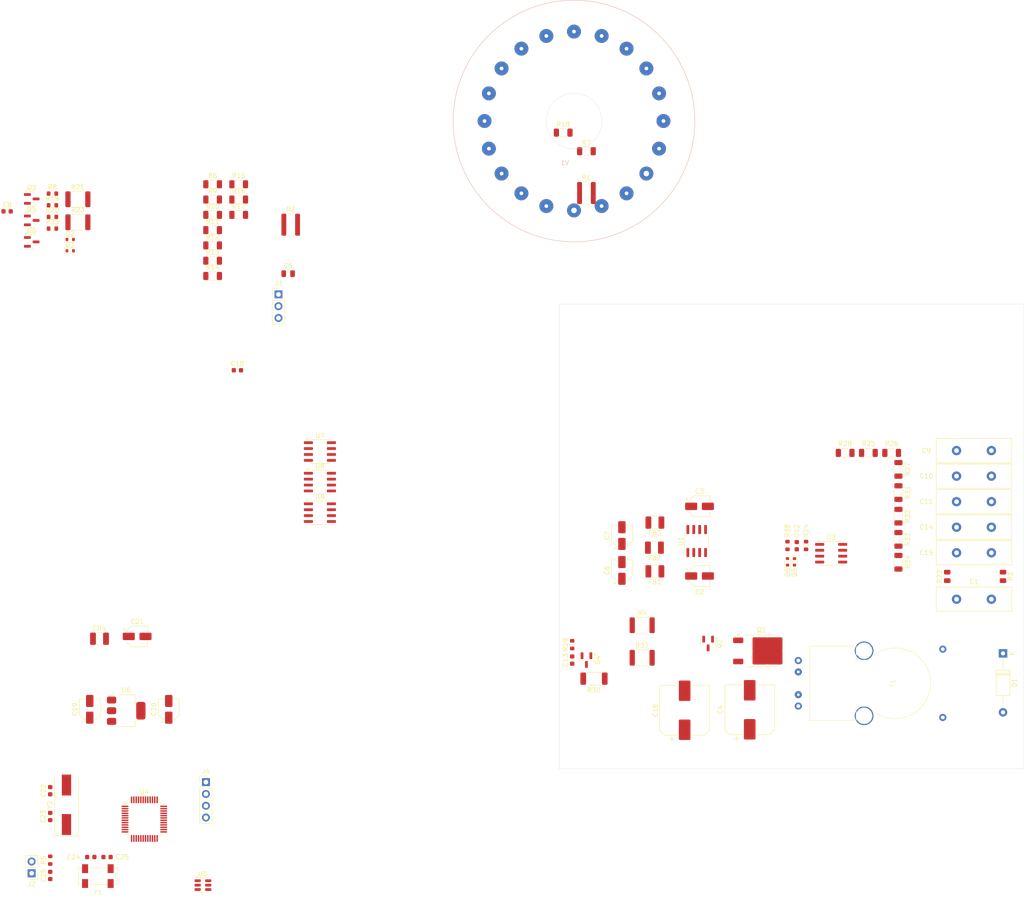
<source format=kicad_pcb>
(kicad_pcb (version 20240108) (generator "pcbnew") (generator_version "8.0")
  (layers (0 "F.Cu" signal) (31 "B.Cu" signal) (34 "B.Paste" user) (35 "F.Paste" user) (36 "B.SilkS" user "B.Silkscreen") (37 "F.SilkS" user "F.Silkscreen") (38 "B.Mask" user) (39 "F.Mask" user) (44 "Edge.Cuts" user))
  (net 0 "")
  (net 1 "Net-(V1-D1)")
  (net 2 "Net-(V1-D2)")
  (net 3 "Net-(V1-D3)")
  (net 4 "Net-(V1-D4)")
  (net 5 "Net-(V1-D5)")
  (net 6 "Net-(V1-D6)")
  (net 7 "Net-(V1-D7)")
  (net 8 "Net-(V1-D8)")
  (net 9 "Net-(V1-D9)")
  (net 10 "Net-(V1-D10)")
  (net 11 "Net-(V1-D11)")
  (net 12 "Net-(V1-D12)")
  (net 13 "Net-(U1-CAP+)")
  (net 14 "Net-(U1-CAP-)")
  (net 15 "-5V")
  (net 16 "GND")
  (net 17 "Net-(Q4-D)")
  (net 18 "+5VA")
  (net 19 "GNDA")
  (net 20 "-5VA")
  (net 21 "Net-(C12-Pad2)")
  (net 22 "Net-(U3A--)")
  (net 23 "HT_Power")
  (net 24 "Net-(Q4-G)")
  (net 25 "+5V")
  (net 26 "+3.3V")
  (net 27 "+3.3VA")
  (net 28 "Net-(U4-PC13)")
  (net 29 "Net-(U4-PC14)")
  (net 30 "Net-(U4-PD0)")
  (net 31 "Net-(U4-PD1)")
  (net 32 "Net-(J2-Pin_2)")
  (net 33 "HT_Sense")
  (net 34 "BOOT0")
  (net 35 "Net-(Q1-D)")
  (net 36 "Net-(Q1-G)")
  (net 37 "Net-(Q2-B)")
  (net 38 "HT")
  (net 39 "Net-(R1-Pad1)")
  (net 40 "Net-(D1-K)")
  (net 41 "HT_Drive_Pulse")
  (net 42 "Net-(T1-SB)")
  (net 43 "Net-(R25-Pad1)")
  (net 44 "Net-(R25-Pad2)")
  (net 45 "Net-(R26-Pad2)")
  (net 46 "Net-(R27-Pad2)")
  (net 47 "Net-(R31-Pad1)")
  (net 48 "Net-(R32-Pad1)")
  (net 49 "Net-(R33-Pad2)")
  (net 50 "Net-(D1-A)")
  (net 54 "SWDIO")
  (net 58 "USB_D+")
  (net 72 "USB_D-")
  (net 74 "SWCLK")
  (net 88 "Net-(J1-D+)")
  (net 89 "Net-(J1-D-)")
  (net 91 "Net-(U7--)")
  (net 92 "PMT_Anode")
  (net 95 "Net-(Q3-B)")
  (net 98 "Net-(U8--)")
  (net 101 "Net-(U9--)")
  (net 102 "Net-(Q3-E)")
  (net 105 "Peak_Sense")
  (net 106 "Net-(Q5-B)")
  (net 107 "Net-(Q6-B)")
  (net 108 "Peak_Reset")
  (footprint "Diode_THT:D_A-405_P12.70mm_Horizontal" (layer "F.Cu") (at 237.5 131.15 -90)
    (property "Reference" "D1" (at 6.35 -2.47 90) (layer "F.SilkS"))
    (property "Value" "2CL71A" (hide yes))
    (fp_text user "K" (at 0 -1.9 90) (layer "F.SilkS"))
    (pad "1" thru_hole rect (at 0 0 270) (size 1.8 1.8) (drill 0.9) (layers "*.Cu" "*.Mask") (net 40 "Net-(D1-K)"))
    (pad "2" thru_hole oval (at 12.7 0 270) (size 1.8 1.8) (drill 0.9) (layers "*.Cu" "*.Mask") (net 50 "Net-(D1-A)"))
  )
  (footprint "Package_TO_SOT_SMD:SOT-23-6" (layer "F.Cu") (at 65.3625 181.05)
    (property "Reference" "U5" (at 0 -2.4 0) (layer "F.SilkS"))
    (property "Value" "USBLC6-2SC6")
    (pad "1" smd roundrect (at -1.1375 -0.95) (size 1.325 0.6) (layers "F.Cu" "F.Paste" "F.Mask") (net 88 "Net-(J1-D+)"))
    (pad "2" smd roundrect (at -1.1375 0) (size 1.325 0.6) (layers "F.Cu" "F.Paste" "F.Mask") (net 16 "GND"))
    (pad "3" smd roundrect (at -1.1375 0.95) (size 1.325 0.6) (layers "F.Cu" "F.Paste" "F.Mask") (net 89 "Net-(J1-D-)"))
    (pad "4" smd roundrect (at 1.1375 0.95) (size 1.325 0.6) (layers "F.Cu" "F.Paste" "F.Mask") (net 72 "USB_D-"))
    (pad "5" smd roundrect (at 1.1375 0) (size 1.325 0.6) (layers "F.Cu" "F.Paste" "F.Mask") (net 25 "+5V"))
    (pad "6" smd roundrect (at 1.1375 -0.95) (size 1.325 0.6) (layers "F.Cu" "F.Paste" "F.Mask") (net 58 "USB_D+"))
  )
  (footprint "Package_TO_SOT_SMD:SOT-23" (layer "F.Cu") (at 28.525 37.95)
    (property "Reference" "Q5" (at 0 -2.4 0) (layer "F.SilkS"))
    (property "Value" "S8050")
    (pad "1" smd roundrect (at -0.9375 -0.95) (size 1.475 0.6) (layers "F.Cu" "F.Paste" "F.Mask") (net 102 "Net-(Q3-E)"))
    (pad "2" smd roundrect (at -0.9375 0.95) (size 1.475 0.6) (layers "F.Cu" "F.Paste" "F.Mask") (net 106 "Net-(Q5-B)"))
    (pad "3" smd roundrect (at 0.9375 0) (size 1.475 0.6) (layers "F.Cu" "F.Paste" "F.Mask") (net 19 "GNDA"))
  )
  (footprint "Package_TO_SOT_SMD:TO-252-2" (layer "F.Cu") (at 185.565 130.625)
    (property "Reference" "Q1" (at 0 -4.5 0) (layer "F.SilkS"))
    (property "Value" "15N10" (hide yes))
    (pad "1" smd roundrect (at -5.04 -2.28) (size 2.2 1.2) (layers "F.Cu" "F.Paste" "F.Mask") (roundrect_rratio 0.208333) (net 36 "Net-(Q1-G)"))
    (pad "2" smd roundrect (at -0.415 -1.525) (size 3.05 2.75) (layers "F.Cu" "F.Paste") (roundrect_rratio 0.090909) (net 35 "Net-(Q1-D)"))
    (pad "2" smd roundrect (at -0.415 1.525) (size 3.05 2.75) (layers "F.Cu" "F.Paste") (roundrect_rratio 0.090909) (net 35 "Net-(Q1-D)"))
    (pad "2" smd roundrect (at 1.26 0) (size 6.4 5.8) (layers "F.Cu" "F.Mask") (roundrect_rratio 0.043103) (net 35 "Net-(Q1-D)"))
    (pad "2" smd roundrect (at 2.935 -1.525) (size 3.05 2.75) (layers "F.Cu" "F.Paste") (roundrect_rratio 0.090909) (net 35 "Net-(Q1-D)"))
    (pad "2" smd roundrect (at 2.935 1.525) (size 3.05 2.75) (layers "F.Cu" "F.Paste") (roundrect_rratio 0.090909) (net 35 "Net-(Q1-D)"))
    (pad "3" smd roundrect (at -5.04 2.28) (size 2.2 1.2) (layers "F.Cu" "F.Paste" "F.Mask") (roundrect_rratio 0.208333) (net 16 "GND"))
  )
  (footprint "Capacitor_SMD:C_0603_1608Metric" (layer "F.Cu") (at 44.725 175)
    (property "Reference" "C25" (at 3.275 0 360) (layer "F.SilkS"))
    (property "Value" "20p" (hide yes))
    (pad "1" smd roundrect (at -0.775 0) (size 0.9 0.95) (layers "F.Cu" "F.Paste" "F.Mask") (net 16 "GND"))
    (pad "2" smd roundrect (at 0.775 0) (size 0.9 0.95) (layers "F.Cu" "F.Paste" "F.Mask") (net 31 "Net-(U4-PD1)"))
  )
  (footprint "Connector_PinHeader_2.54mm:PinHeader_1x02_P2.54mm_Vertical" (layer "F.Cu") (at 28.5 178.5 180)
    (property "Reference" "J2" (at 0 -2.33 360) (layer "F.SilkS"))
    (property "Value" "Conn_01x02" (hide yes))
    (pad "1" thru_hole rect (at 0 0 180) (size 1.7 1.7) (drill 1) (layers "*.Cu" "*.Mask") (net 16 "GND"))
    (pad "2" thru_hole oval (at 0 2.54 180) (size 1.7 1.7) (drill 1) (layers "*.Cu" "*.Mask") (net 32 "Net-(J2-Pin_2)"))
  )
  (footprint "Capacitor_SMD:C_0603_1608Metric" (layer "F.Cu") (at 23.225 36)
    (property "Reference" "C8" (at 0 -1.43 0) (layer "F.SilkS"))
    (property "Value" "10n")
    (pad "1" smd roundrect (at -0.775 0) (size 0.9 0.95) (layers "F.Cu" "F.Paste" "F.Mask") (net 19 "GNDA"))
    (pad "2" smd roundrect (at 0.775 0) (size 0.9 0.95) (layers "F.Cu" "F.Paste" "F.Mask") (net 102 "Net-(Q3-E)"))
  )
  (footprint "Package_SO:SOIC-8_3.9x4.9mm_P1.27mm" (layer "F.Cu") (at 90.525 94.285)
    (property "Reference" "U8" (at 0 -3.4 0) (layer "F.SilkS"))
    (property "Value" "LM318N")
    (pad "1" smd roundrect (at -2.475 -1.905) (size 1.95 0.6) (layers "F.Cu" "F.Paste" "F.Mask"))
    (pad "2" smd roundrect (at -2.475 -0.635) (size 1.95 0.6) (layers "F.Cu" "F.Paste" "F.Mask") (net 98 "Net-(U8--)"))
    (pad "3" smd roundrect (at -2.475 0.635) (size 1.95 0.6) (layers "F.Cu" "F.Paste" "F.Mask") (net 19 "GNDA"))
    (pad "4" smd roundrect (at -2.475 1.905) (size 1.95 0.6) (layers "F.Cu" "F.Paste" "F.Mask") (net 20 "-5VA"))
    (pad "5" smd roundrect (at 2.475 1.905) (size 1.95 0.6) (layers "F.Cu" "F.Paste" "F.Mask"))
    (pad "6" smd roundrect (at 2.475 0.635) (size 1.95 0.6) (layers "F.Cu" "F.Paste" "F.Mask") (net 95 "Net-(Q3-B)"))
    (pad "7" smd roundrect (at 2.475 -0.635) (size 1.95 0.6) (layers "F.Cu" "F.Paste" "F.Mask") (net 18 "+5VA"))
    (pad "8" smd roundrect (at 2.475 -1.905) (size 1.95 0.6) (layers "F.Cu" "F.Paste" "F.Mask"))
  )
  (footprint "Resistor_SMD:R_1206_3216Metric" (layer "F.Cu") (at 67.4425 46.62)
    (property "Reference" "R13" (at 0 -1.82 0) (layer "F.SilkS"))
    (property "Value" "240k")
    (pad "1" smd roundrect (at -1.4625 0) (size 1.125 1.75) (layers "F.Cu" "F.Paste" "F.Mask") (roundrect_rratio 0.222222) (net 7 "Net-(V1-D7)"))
    (pad "2" smd roundrect (at 1.4625 0) (size 1.125 1.75) (layers "F.Cu" "F.Paste" "F.Mask") (roundrect_rratio 0.222222) (net 8 "Net-(V1-D8)"))
  )
  (footprint "Package_TO_SOT_SMD:SOT-223-3_TabPin2" (layer "F.Cu") (at 48.85 143.5)
    (property "Reference" "U6" (at 0 -4.5 0) (layer "F.SilkS"))
    (property "Value" "AMS1117-3.3" (hide yes))
    (pad "1" smd roundrect (at -3.15 -2.3) (size 2 1.5) (layers "F.Cu" "F.Paste" "F.Mask") (net 16 "GND"))
    (pad "2" smd roundrect (at -3.15 0) (size 2 1.5) (layers "F.Cu" "F.Paste" "F.Mask") (net 26 "+3.3V"))
    (pad "2" smd roundrect (at 3.15 0) (size 2 3.8) (layers "F.Cu" "F.Paste" "F.Mask") (net 26 "+3.3V"))
    (pad "3" smd roundrect (at -3.15 2.3) (size 2 1.5) (layers "F.Cu" "F.Paste" "F.Mask") (net 25 "+5V"))
  )
  (footprint "Diode_SMD:D_SOD-523" (layer "F.Cu") (at 191.1275 111.455 90)
    (property "Reference" "D6" (at -2.3 0 90) (layer "F.SilkS"))
    (property "Value" "D_Schottky" (hide yes))
    (pad "1" smd roundrect (at -0.7 0 270) (size 0.6 0.7) (layers "F.Cu" "F.Paste" "F.Mask") (net 26 "+3.3V"))
    (pad "2" smd roundrect (at 0.7 0 270) (size 0.6 0.7) (layers "F.Cu" "F.Paste" "F.Mask") (net 33 "HT_Sense"))
  )
  (footprint "Capacitor_THT:C_Disc_D16.0mm_W5.0mm_P7.50mm" (layer "F.Cu") (at 227.5 109.5)
    (property "Reference" "C15" (at -6.5 0 0) (layer "F.SilkS"))
    (property "Value" "10n" (hide yes))
    (pad "1" thru_hole circle (at 0 0) (size 2 2) (drill 1) (layers "*.Cu" "*.Mask") (net 38 "HT"))
    (pad "2" thru_hole circle (at 7.5 0) (size 2 2) (drill 1) (layers "*.Cu" "*.Mask") (net 19 "GNDA"))
  )
  (footprint "Resistor_SMD:R_1206_3216Metric" (layer "F.Cu") (at 73.0525 36.75)
    (property "Reference" "R17" (at 0 -1.82 0) (layer "F.SilkS"))
    (property "Value" "240k")
    (pad "1" smd roundrect (at -1.4625 0) (size 1.125 1.75) (layers "F.Cu" "F.Paste" "F.Mask") (roundrect_rratio 0.222222) (net 11 "Net-(V1-D11)"))
    (pad "2" smd roundrect (at 1.4625 0) (size 1.125 1.75) (layers "F.Cu" "F.Paste" "F.Mask") (roundrect_rratio 0.222222) (net 12 "Net-(V1-D12)"))
  )
  (footprint "Crystal:Crystal_SMD_HC49-SD" (layer "F.Cu") (at 36 163.75 90)
    (property "Reference" "Y2" (at 0 -3.55 90) (layer "F.SilkS"))
    (property "Value" "8MHz" (hide yes))
    (pad "1" smd rect (at -4.25 0 90) (size 4.5 2) (layers "F.Cu" "F.Paste" "F.Mask") (net 29 "Net-(U4-PC14)"))
    (pad "2" smd rect (at 4.25 0 90) (size 4.5 2) (layers "F.Cu" "F.Paste" "F.Mask") (net 28 "Net-(U4-PC13)"))
  )
  (footprint "Resistor_SMD:R_1206_3216Metric" (layer "F.Cu") (at 142.867162 19.051423)
    (property "Reference" "R18" (at 0 -1.82 0) (layer "F.SilkS"))
    (property "Value" "240k")
    (pad "1" smd roundrect (at -1.4625 0) (size 1.125 1.75) (layers "F.Cu" "F.Paste" "F.Mask") (roundrect_rratio 0.222222) (net 16 "GND"))
    (pad "2" smd roundrect (at 1.4625 0) (size 1.125 1.75) (layers "F.Cu" "F.Paste" "F.Mask") (roundrect_rratio 0.222222) (net 12 "Net-(V1-D12)"))
  )
  (footprint "Capacitor_SMD:C_0603_1608Metric" (layer "F.Cu") (at 41.225 175 180)
    (property "Reference" "C24" (at 3.725 0 360) (layer "F.SilkS"))
    (property "Value" "20p" (hide yes))
    (pad "1" smd roundrect (at -0.775 0 180) (size 0.9 0.95) (layers "F.Cu" "F.Paste" "F.Mask") (net 16 "GND"))
    (pad "2" smd roundrect (at 0.775 0 180) (size 0.9 0.95) (layers "F.Cu" "F.Paste" "F.Mask") (net 30 "Net-(U4-PD0)"))
  )
  (footprint "Resistor_SMD:R_0603_1608Metric" (layer "F.Cu") (at 32.5 175.675 90)
    (property "Reference" "R5" (at 0 -1.43 90) (layer "F.SilkS"))
    (property "Value" "10k" (hide yes))
    (pad "1" smd roundrect (at -0.825 0 90) (size 0.8 0.95) (layers "F.Cu" "F.Paste" "F.Mask") (net 32 "Net-(J2-Pin_2)"))
    (pad "2" smd roundrect (at 0.825 0 90) (size 0.8 0.95) (layers "F.Cu" "F.Paste" "F.Mask") (net 26 "+3.3V"))
  )
  (footprint "Resistor_SMD:R_0603_1608Metric" (layer "F.Cu") (at 195.1275 107.93 -90)
    (property "Reference" "R24" (at -3.175 0 90) (layer "F.SilkS"))
    (property "Value" "9k1" (hide yes))
    (pad "1" smd roundrect (at -0.825 0 270) (size 0.8 0.95) (layers "F.Cu" "F.Paste" "F.Mask") (net 21 "Net-(C12-Pad2)"))
    (pad "2" smd roundrect (at 0.825 0 270) (size 0.8 0.95) (layers "F.Cu" "F.Paste" "F.Mask") (net 22 "Net-(U3A--)"))
  )
  (footprint "Diode_SMD:D_SOD-523" (layer "F.Cu") (at 192.6275 111.455 -90)
    (property "Reference" "D5" (at 2.3 0 90) (layer "F.SilkS"))
    (property "Value" "D_Schottky" (hide yes))
    (pad "1" smd roundrect (at -0.7 0 90) (size 0.6 0.7) (layers "F.Cu" "F.Paste" "F.Mask") (net 33 "HT_Sense"))
    (pad "2" smd roundrect (at 0.7 0 90) (size 0.6 0.7) (layers "F.Cu" "F.Paste" "F.Mask") (net 19 "GNDA"))
  )
  (footprint "Resistor_SMD:R_1206_3216Metric" (layer "F.Cu") (at 213.5375 88)
    (property "Reference" "R26" (at 0 -2 360) (layer "F.SilkS"))
    (property "Value" "1M" (hide yes))
    (pad "1" smd roundrect (at -1.4625 0) (size 1.125 1.75) (layers "F.Cu" "F.Paste" "F.Mask") (roundrect_rratio 0.222222) (net 43 "Net-(R25-Pad1)"))
    (pad "2" smd roundrect (at 1.4625 0) (size 1.125 1.75) (layers "F.Cu" "F.Paste" "F.Mask") (roundrect_rratio 0.222222) (net 45 "Net-(R26-Pad2)"))
  )
  (footprint "Package_TO_SOT_SMD:SOT-23" (layer "F.Cu") (at 174.05 129.0375 -90)
    (property "Reference" "Q2" (at 0 -2.4 90) (layer "F.SilkS"))
    (property "Value" "S8050" (hide yes))
    (pad "1" smd roundrect (at -0.9375 -0.95 270) (size 1.475 0.6) (layers "F.Cu" "F.Paste" "F.Mask") (net 36 "Net-(Q1-G)"))
    (pad "2" smd roundrect (at -0.9375 0.95 270) (size 1.475 0.6) (layers "F.Cu" "F.Paste" "F.Mask") (net 37 "Net-(Q2-B)"))
    (pad "3" smd roundrect (at 0.9375 0 270) (size 1.475 0.6) (layers "F.Cu" "F.Paste" "F.Mask") (net 16 "GND"))
  )
  (footprint "Package_TO_SOT_SMD:SOT-23" (layer "F.Cu") (at 28.525 33.325)
    (property "Reference" "Q3" (at 0 -2.4 0) (layer "F.SilkS"))
    (property "Value" "S8050")
    (pad "1" smd roundrect (at -0.9375 -0.95) (size 1.475 0.6) (layers "F.Cu" "F.Paste" "F.Mask") (net 18 "+5VA"))
    (pad "2" smd roundrect (at -0.9375 0.95) (size 1.475 0.6) (layers "F.Cu" "F.Paste" "F.Mask") (net 95 "Net-(Q3-B)"))
    (pad "3" smd roundrect (at 0.9375 0) (size 1.475 0.6) (layers "F.Cu" "F.Paste" "F.Mask") (net 102 "Net-(Q3-E)"))
  )
  (footprint "Resistor_SMD:R_0603_1608Metric" (layer "F.Cu") (at 32.975 32.18)
    (property "Reference" "R8" (at 0 -1.43 0) (layer "F.SilkS"))
    (property "Value" "1k")
    (pad "1" smd roundrect (at -0.825 0) (size 0.8 0.95) (layers "F.Cu" "F.Paste" "F.Mask") (net 92 "PMT_Anode"))
    (pad "2" smd roundrect (at 0.825 0) (size 0.8 0.95) (layers "F.Cu" "F.Paste" "F.Mask") (net 19 "GNDA"))
  )
  (footprint "Capacitor_SMD:CP_Elec_4x5.4" (layer "F.Cu") (at 58 143.2 90)
    (property "Reference" "C20" (at 0 -3.2 90) (layer "F.SilkS"))
    (property "Value" "10u" (hide yes))
    (pad "1" smd roundrect (at -1.8 0 90) (size 2.6 1.6) (layers "F.Cu" "F.Paste" "F.Mask") (roundrect_rratio 0.15625) (net 26 "+3.3V"))
    (pad "2" smd roundrect (at 1.8 0 90) (size 2.6 1.6) (layers "F.Cu" "F.Paste" "F.Mask") (roundrect_rratio 0.15625) (net 16 "GND"))
  )
  (footprint "Resistor_SMD:R_1206_3216Metric" (layer "F.Cu") (at 67.4425 36.75)
    (property "Reference" "R10" (at 0 -1.82 0) (layer "F.SilkS"))
    (property "Value" "240k")
    (pad "1" smd roundrect (at -1.4625 0) (size 1.125 1.75) (layers "F.Cu" "F.Paste" "F.Mask") (roundrect_rratio 0.222222) (net 5 "Net-(V1-D5)"))
    (pad "2" smd roundrect (at 1.4625 0) (size 1.125 1.75) (layers "F.Cu" "F.Paste" "F.Mask") (roundrect_rratio 0.222222) (net 4 "Net-(V1-D4)"))
  )
  (footprint "Package_SO:SOIC-8_3.9x4.9mm_P1.27mm" (layer "F.Cu") (at 200.525 109.595)
    (property "Reference" "U3" (at 0 -3.4 0) (layer "F.SilkS"))
    (property "Value" "LM358" (hide yes))
    (pad "1" smd roundrect (at -2.475 -1.905) (size 1.95 0.6) (layers "F.Cu" "F.Paste" "F.Mask") (net 21 "Net-(C12-Pad2)"))
    (pad "2" smd roundrect (at -2.475 -0.635) (size 1.95 0.6) (layers "F.Cu" "F.Paste" "F.Mask") (net 22 "Net-(U3A--)"))
    (pad "3" smd roundrect (at -2.475 0.635) (size 1.95 0.6) (layers "F.Cu" "F.Paste" "F.Mask") (net 19 "GNDA"))
    (pad "4" smd roundrect (at -2.475 1.905) (size 1.95 0.6) (layers "F.Cu" "F.Paste" "F.Mask") (net 20 "-5VA"))
    (pad "5" smd roundrect (at 2.475 1.905) (size 1.95 0.6) (layers "F.Cu" "F.Paste" "F.Mask"))
    (pad "6" smd roundrect (at 2.475 0.635) (size 1.95 0.6) (layers "F.Cu" "F.Paste" "F.Mask"))
    (pad "7" smd roundrect (at 2.475 -0.635) (size 1.95 0.6) (layers "F.Cu" "F.Paste" "F.Mask"))
    (pad "8" smd roundrect (at 2.475 -1.905) (size 1.95 0.6) (layers "F.Cu" "F.Paste" "F.Mask") (net 18 "+5VA"))
  )
  (footprint "Connector_PinHeader_2.54mm:PinHeader_1x04_P2.54mm_Vertical" (layer "F.Cu") (at 66 158.88)
    (property "Reference" "J4" (at 0 -2.33 360) (layer "F.SilkS"))
    (property "Value" "Conn_01x04" (hide yes))
    (pad "1" thru_hole rect (at 0 0) (size 1.7 1.7) (drill 1) (layers "*.Cu" "*.Mask") (net 26 "+3.3V"))
    (pad "2" thru_hole oval (at 0 2.54) (size 1.7 1.7) (drill 1) (layers "*.Cu" "*.Mask") (net 74 "SWCLK"))
    (pad "3" thru_hole oval (at 0 5.08) (size 1.7 1.7) (drill 1) (layers "*.Cu" "*.Mask") (net 54 "SWDIO"))
    (pad "4" thru_hole oval (at 0 7.62) (size 1.7 1.7) (drill 1) (layers "*.Cu" "*.Mask") (net 16 "GND"))
  )
  (footprint "Capacitor_SMD:CP_Elec_4x5.4" (layer "F.Cu") (at 155.5 105.8 90)
    (property "Reference" "C7" (at 0 -3.2 90) (layer "F.SilkS"))
    (property "Value" "10u" (hide yes))
    (pad "1" smd roundrect (at -1.8 0 90) (size 2.6 1.6) (layers "F.Cu" "F.Paste" "F.Mask") (roundrect_rratio 0.15625) (net 19 "GNDA"))
    (pad "2" smd roundrect (at 1.8 0 90) (size 2.6 1.6) (layers "F.Cu" "F.Paste" "F.Mask") (roundrect_rratio 0.15625) (net 20 "-5VA"))
  )
  (footprint "Connector_PinHeader_2.54mm:PinHeader_1x03_P2.54mm_Vertical" (layer "F.Cu") (at 81.6125 53.88)
    (property "Reference" "J3" (at 0 -2.33 0) (layer "F.SilkS"))
    (property "Value" "Conn_01x03")
    (pad "1" thru_hole rect (at 0 0) (size 1.7 1.7) (drill 1) (layers "*.Cu" "*.Mask") (net 26 "+3.3V"))
    (pad "2" thru_hole oval (at 0 2.54) (size 1.7 1.7) (drill 1) (layers "*.Cu" "*.Mask") (net 34 "BOOT0"))
    (pad "3" thru_hole oval (at 0 5.08) (size 1.7 1.7) (drill 1) (layers "*.Cu" "*.Mask") (net 16 "GND"))
  )
  (footprint "Resistor_SMD:R_1206_3216Metric" (layer "F.Cu") (at 67.4425 43.33)
    (property "Reference" "R12" (at 0 -1.82 0) (layer "F.SilkS"))
    (property "Value" "240k")
    (pad "1" smd roundrect (at -1.4625 0) (size 1.125 1.75) (layers "F.Cu" "F.Paste" "F.Mask") (roundrect_rratio 0.222222) (net 7 "Net-(V1-D7)"))
    (pad "2" smd roundrect (at 1.4625 0) (size 1.125 1.75) (layers "F.Cu" "F.Paste" "F.Mask") (roundrect_rratio 0.222222) (net 6 "Net-(V1-D6)"))
  )
  (footprint "Resistor_SMD:R_1206_3216Metric" (layer "F.Cu") (at 67.4425 33.46)
    (property "Reference" "R9" (at 0 -1.82 0) (layer "F.SilkS"))
    (property "Value" "240k")
    (pad "1" smd roundrect (at -1.4625 0) (size 1.125 1.75) (layers "F.Cu" "F.Paste" "F.Mask") (roundrect_rratio 0.222222) (net 3 "Net-(V1-D3)"))
    (pad "2" smd roundrect (at 1.4625 0) (size 1.125 1.75) (layers "F.Cu" "F.Paste" "F.Mask") (roundrect_rratio 0.222222) (net 4 "Net-(V1-D4)"))
  )
  (footprint "Capacitor_THT:C_Disc_D16.0mm_W5.0mm_P7.50mm" (layer "F.Cu") (at 227.5 98.5)
    (property "Reference" "C11" (at -6.5 0 0) (layer "F.SilkS"))
    (property "Value" "10n" (hide yes))
    (pad "1" thru_hole circle (at 0 0) (size 2 2) (drill 1) (layers "*.Cu" "*.Mask") (net 38 "HT"))
    (pad "2" thru_hole circle (at 7.5 0) (size 2 2) (drill 1) (layers "*.Cu" "*.Mask") (net 19 "GNDA"))
  )
  (footprint "Capacitor_SMD:CP_Elec_4x5.4" (layer "F.Cu") (at 51.2 127.5)
    (property "Reference" "C21" (at 0 -3.2 0) (layer "F.SilkS"))
    (property "Value" "10u" (hide yes))
    (pad "1" smd roundrect (at -1.8 0) (size 2.6 1.6) (layers "F.Cu" "F.Paste" "F.Mask") (roundrect_rratio 0.15625) (net 27 "+3.3VA"))
    (pad "2" smd roundrect (at 1.8 0) (size 2.6 1.6) (layers "F.Cu" "F.Paste" "F.Mask") (roundrect_rratio 0.15625) (net 19 "GNDA"))
  )
  (footprint "Inductor_SMD:L_1210_3225Metric" (layer "F.Cu") (at 162.6 113.5 180)
    (property "Reference" "FB1" (at 0 -2.28 360) (layer "F.SilkS"))
    (property "Value" "620Ω@1MHz" (hide yes))
    (pad "1" smd roundrect (at -1.4 0 180) (size 1.25 2.65) (layers "F.Cu" "F.Paste" "F.Mask") (roundrect_rratio 0.2) (net 25 "+5V"))
    (pad "2" smd roundrect (at 1.4 0 180) (size 1.25 2.65) (layers "F.Cu" "F.Paste" "F.Mask") (roundrect_rratio 0.2) (net 18 "+5VA"))
  )
  (footprint "CustomParts:15kV_Transformer" (layer "F.Cu") (at 214.307935 137.6 90)
    (property "Reference" "T1" (at 0 -0.5 90) (layer "F.SilkS") (effects (font (thickness 0.1))))
    (property "Value" "24:1800")
    (pad "" thru_hole circle (at -7 -6.7 90) (size 4 4) (drill 3.5) (layers "*.Cu" "*.Mask"))
    (pad "" thru_hole circle (at -2.45 -20.85 90) (size 1.524 1.524) (drill 0.6) (layers "*.Cu" "*.Mask"))
    (pad "" thru_hole circle (at 2.45 -20.85 90) (size 1.524 1.524) (drill 0.6) (layers "*.Cu" "*.Mask"))
    (pad "" thru_hole circle (at 7 -6.7 90) (size 4 4) (drill 3.5) (layers "*.Cu" "*.Mask"))
    (pad "1" thru_hole circle (at -4.9 -20.85 90) (size 1.524 1.524) (drill 0.8) (layers "*.Cu" "*.Mask") (net 17 "Net-(Q4-D)"))
    (pad "2" thru_hole circle (at 4.9 -20.85 90) (size 1.524 1.524) (drill 0.8) (layers "*.Cu" "*.Mask") (net 35 "Net-(Q1-D)"))
    (pad "3" thru_hole circle (at -7.35 10.23413 90) (size 1.524 1.524) (drill 0.8) (layers "*.Cu" "*.Mask") (net 50 "Net-(D1-A)"))
    (pad "4" thru_hole circle (at 7.35 10.23413 90) (size 1.524 1.524) (drill 0.8) (layers "*.Cu" "*.Mask") (net 42 "Net-(T1-SB)"))
  )
  (footprint "Package_SO:SOIC-8_3.9x4.9mm_P1.27mm" (layer "F.Cu") (at 90.525 100.865)
    (property "Reference" "U9" (at 0 -3.4 0) (layer "F.SilkS"))
    (property "Value" "LM318N")
    (pad "1" smd roundrect (at -2.475 -1.905) (size 1.95 0.6) (layers "F.Cu" "F.Paste" "F.Mask"))
    (pad "2" smd roundrect (at -2.475 -0.635) (size 1.95 0.6) (layers "F.Cu" "F.Paste" "F.Mask") (net 101 "Net-(U9--)"))
    (pad "3" smd roundrect (at -2.475 0.635) (size 1.95 0.6) (layers "F.Cu" "F.Paste" "F.Mask") (net 102 "Net-(Q3-E)"))
    (pad "4" smd roundrect (at -2.475 1.905) (size 1.95 0.6) (layers "F.Cu" "F.Paste" "F.Mask") (net 20 "-5VA"))
    (pad "5" smd roundrect (at 2.475 1.905) (size 1.95 0.6) (layers "F.Cu" "F.Paste" "F.Mask"))
    (pad "6" smd roundrect (at 2.475 0.635) (size 1.95 0.6) (layers "F.Cu" "F.Paste" "F.Mask") (net 101 "Net-(U9--)"))
    (pad "7" smd roundrect (at 2.475 -0.635) (size 1.95 0.6) (layers "F.Cu" "F.Paste" "F.Mask") (net 18 "+5VA"))
    (pad "8" smd roundrect (at 2.475 -1.905) (size 1.95 0.6) (layers "F.Cu" "F.Paste" "F.Mask"))
  )
  (footprint "Resistor_SMD:R_1206_3216Metric" (layer "F.Cu") (at 215 96.5375 90)
    (property "Reference" "R31" (at 0.0375 2 90) (layer "F.SilkS"))
    (property "Value" "1M" (hide yes))
    (pad "1" smd roundrect (at -1.4625 0 90) (size 1.125 1.75) (layers "F.Cu" "F.Paste" "F.Mask") (roundrect_rratio 0.222222) (net 47 "Net-(R31-Pad1)"))
    (pad "2" smd roundrect (at 1.4625 0 90) (size 1.125 1.75) (layers "F.Cu" "F.Paste" "F.Mask") (roundrect_rratio 0.222222) (net 46 "Net-(R27-Pad2)"))
  )
  (footprint "Crystal:Crystal_SMD_SeikoEpson_MC306-4Pin_8.0x3.2mm" (layer "F.Cu") (at 42.75 179.1 180)
    (property "Reference" "Y1" (at 0 -3.55 360) (layer "F.SilkS"))
    (property "Value" "32.768kHz" (hide yes))
    (pad "1" smd rect (at -2.75 1.6 180) (size 1.3 1.9) (layers "F.Cu" "F.Paste" "F.Mask") (net 31 "Net-(U4-PD1)"))
    (pad "2" smd rect (at 2.75 1.6 180) (size 1.3 1.9) (layers "F.Cu" "F.Paste" "F.Mask") (net 30 "Net-(U4-PD0)"))
    (pad "3" smd rect (at 2.75 -1.6 180) (size 1.3 1.9) (layers "F.Cu" "F.Paste" "F.Mask"))
    (pad "4" smd rect (at -2.75 -1.6 180) (size 1.3 1.9) (layers "F.Cu" "F.Paste" "F.Mask"))
  )
  (footprint "Resistor_SMD:R_1812_4532Metric" (layer "F.Cu") (at 159.8625 132.1)
    (property "Reference" "R37" (at 0 -2.65 0) (layer "F.SilkS"))
    (property "Value" "330R" (hide yes))
    (pad "1" smd roundrect (at -2.1375 0) (size 1.125 3.4) (layers "F.Cu" "F.Paste" "F.Mask") (roundrect_rratio 0.222222) (net 17 "Net-(Q4-D)"))
    (pad "2" smd roundrect (at 2.1375 0) (size 1.125 3.4) (layers "F.Cu" "F.Paste" "F.Mask") (roundrect_rratio 0.222222) (net 36 "Net-(Q1-G)"))
  )
  (footprint "Resistor_SMD:R_0603_1608Metric" (layer "F.Cu") (at 191.1275 107.93 -90)
    (property "Reference" "R38" (at -3.175 0 90) (layer "F.SilkS"))
    (property "Value" "1k" (hide yes))
    (pad "1" smd roundrect (at -0.825 0 270) (size 0.8 0.95) (layers "F.Cu" "F.Paste" "F.Mask") (net 21 "Net-(C12-Pad2)"))
    (pad "2" smd roundrect (at 0.825 0 270) (size 0.8 0.95) (layers "F.Cu" "F.Paste" "F.Mask") (net 33 "HT_Sense"))
  )
  (footprint "Resistor_SMD:R_1206_3216Metric" (layer "F.Cu") (at 73.0525 33.46)
    (property "Reference" "R16" (at 0 -1.82 0) (layer "F.SilkS"))
    (property "Value" "240k")
    (pad "1" smd roundrect (at -1.4625 0) (size 1.125 1.75) (layers "F.Cu" "F.Paste" "F.Mask") (roundrect_rratio 0.222222) (net 11 "Net-(V1-D11)"))
    (pad "2" smd roundrect (at 1.4625 0) (size 1.125 1.75) (layers "F.Cu" "F.Paste" "F.Mask") (roundrect_rratio 0.222222) (net 10 "Net-(V1-D10)"))
  )
  (footprint "Resistor_SMD:R_1206_3216Metric" (layer "F.Cu") (at 203.5375 88 180)
    (property "Reference" "R28" (at 0 2 360) (layer "F.SilkS"))
    (property "Value" "1M" (hide yes))
    (pad "1" smd roundrect (at -1.4625 0 180) (size 1.125 1.75) (layers "F.Cu" "F.Paste" "F.Mask") (roundrect_rratio 0.222222) (net 44 "Net-(R25-Pad2)"))
    (pad "2" smd roundrect (at 1.4625 0 180) (size 1.125 1.75) (layers "F.Cu" "F.Paste" "F.Mask") (roundrect_rratio 0.222222) (net 22 "Net-(U3A--)"))
  )
  (footprint "Resistor_SMD:R_0603_1608Metric" (layer "F.Cu") (at 144.807935 129.275 90)
    (property "Reference" "R29" (at 0 -1.43 90) (layer "F.SilkS"))
    (property "Value" "100k" (hide yes))
    (pad "1" smd roundrect (at -0.825 0 90) (size 0.8 0.95) (layers "F.Cu" "F.Paste" "F.Mask") (net 24 "Net-(Q4-G)"))
    (pad "2" smd roundrect (at 0.825 0 90) (size 0.8 0.95) (layers "F.Cu" "F.Paste" "F.Mask") (net 16 "GND"))
  )
  (footprint "Inductor_SMD:L_1210_3225Metric" (layer "F.Cu") (at 43.1 128)
    (property "Reference" "FB4" (at 0 -2.28 0) (layer "F.SilkS"))
    (property "Value" "620Ω@1MHz" (hide yes))
    (pad "1" smd roundrect (at -1.4 0) (size 1.25 2.65) (layers "F.Cu" "F.Paste" "F.Mask") (roundrect_rratio 0.2) (net 26 "+3.3V"))
    (pad "2" smd roundrect (at 1.4 0) (size 1.25 2.65) (layers "F.Cu" "F.Paste" "F.Mask") (roundrect_rratio 0.2) (net 27 "+3.3VA"))
  )
  (footprint "Package_TO_SOT_SMD:SOT-23" (layer "F.Cu") (at 147.870435 132.6 -90)
    (property "Reference" "Q4" (at 0 -2.4375 90) (layer "F.SilkS"))
    (property "Value" "AO401" (hide yes))
    (pad "1" smd roundrect (at -0.9375 -0.95 270) (size 1.475 0.6) (layers "F.Cu" "F.Paste" "F.Mask") (net 17 "Net-(Q4-D)"))
    (pad "2" smd roundrect (at -0.9375 0.95 270) (size 1.475 0.6) (layers "F.Cu" "F.Paste" "F.Mask") (net 24 "Net-(Q4-G)"))
    (pad "3" smd roundrect (at 0.9375 0 270) (size 1.475 0.6) (layers "F.Cu" "F.Paste" "F.Mask") (net 23 "HT_Power"))
  )
  (footprint "Capacitor_SMD:C_0603_1608Metric" (layer "F.Cu") (at 193.1275 107.98 90)
    (property "Reference" "C12" (at 3.225 0 90) (layer "F.SilkS"))
    (property "Value" "100n" (hide yes))
    (pad "1" smd roundrect (at -0.775 0 90) (size 0.9 0.95) (layers "F.Cu" "F.Paste" "F.Mask") (net 22 "Net-(U3A--)"))
    (pad "2" smd roundrect (at 0.775 0 90) (size 0.9 0.95) (layers "F.Cu" "F.Paste" "F.Mask") (net 21 "Net-(C12-Pad2)"))
  )
  (footprint "Capacitor_THT:C_Disc_D16.0mm_W5.0mm_P7.50mm" (layer "F.Cu") (at 227.5 93)
    (property "Reference" "C10" (at -6.5 0 0) (layer "F.SilkS"))
    (property "Value" "10n" (hide yes))
    (pad "1" thru_hole circle (at 0 0) (size 2 2) (drill 1) (layers "*.Cu" "*.Mask") (net 38 "HT"))
    (pad "2" thru_hole circle (at 7.5 0) (size 2 2) (drill 1) (layers "*.Cu" "*.Mask") (net 19 "GNDA"))
  )
  (footprint "Capacitor_SMD:CP_Elec_4x5.4" (layer "F.Cu") (at 172.2 114.5)
    (property "Reference" "C2" (at 0 3.5 360) (layer "F.SilkS"))
    (property "Value" "10u" (hide yes))
    (pad "1" smd roundrect (at -1.8 0) (size 2.6 1.6) (layers "F.Cu" "F.Paste" "F.Mask") (roundrect_rratio 0.15625) (net 13 "Net-(U1-CAP+)"))
    (pad "2" smd roundrect (at 1.8 0) (size 2.6 1.6) (layers "F.Cu" "F.Paste" "F.Mask") (roundrect_rratio 0.15625) (net 14 "Net-(U1-CAP-)"))
  )
  (footprint "Resistor_SMD:R_1812_4532Metric" (layer "F.Cu") (at 38.455 33.4)
    (property "Reference" "R21" (at 0 -2.65 0) (layer "F.SilkS"))
    (property "Value" "330R")
    (pad "1" smd roundrect (at -2.1375 0) (size 1.125 3.4) (layers "F.Cu" "F.Paste" "F.Mask") (roundrect_rratio 0.222222) (net 108 "Peak_Reset"))
    (pad "2" smd roundrect (at 2.1375 0) (size 1.125 3.4) (layers "F.Cu" "F.Paste" "F.Mask") (roundrect_rratio 0.222222) (net 106 "Net-(Q5-B)"))
  )
  (footprint "Package_QFP:LQFP-48_7x7mm_P0.5mm" (layer "F.Cu") (at 52.75 166.8375)
    (property "Reference" "U4" (at 0 -5.85 0) (layer "F.SilkS"))
    (property "Value" "STM32F103C8Tx" (hide yes))
    (pad "1" smd roundrect (at -4.1625 -2.75) (size 1.475 0.3) (layers "F.Cu" "F.Paste" "F.Mask"))
    (pad "2" smd roundrect (at -4.1625 -2.25) (size 1.475 0.3) (layers "F.Cu" "F.Paste" "F.Mask") (net 28 "Net-(U4-PC13)"))
    (pad "3" smd roundrect (at -4.1625 -1.75) (size 1.475 0.3) (layers "F.Cu" "F.Paste" "F.Mask") (net 29 "Net-(U4-PC14)"))
    (pad "4" smd roundrect (at -4.1625 -1.25) (size 1.475 0.3) (layers "F.Cu" "F.Paste" "F.Mask"))
    (pad "5" smd roundrect (at -4.1625 -0.75) (size 1.475 0.3) (layers "F.Cu" "F.Paste" "F.Mask") (net 30 "Net-(U4-PD0)"))
    (pad "6" smd roundrect (at -4.1625 -0.25) (size 1.475 0.3) (layers "F.Cu" "F.Paste" "F.Mask") (net 31 "Net-(U4-PD1)"))
    (pad "7" smd roundrect (at -4.1625 0.25) (size 1.475 0.3) (layers "F.Cu" "F.Paste" "F.Mask") (net 32 "Net-(J2-Pin_2)"))
    (pad "8" smd roundrect (at -4.1625 0.75) (size 1.475 0.3) (layers "F.Cu" "F.Paste" "F.Mask") (net 19 "GNDA"))
    (pad "9" smd roundrect (at -4.1625 1.25) (size 1.475 0.3) (layers "F.Cu" "F.Paste" "F.Mask") (net 27 "+3.3VA"))
    (pad "10" smd roundrect (at -4.1625 1.75) (size 1.475 0.3) (layers "F.Cu" "F.Paste" "F.Mask"))
    (pad "11" smd roundrect (at -4.1625 2.25) (size 1.475 0.3) (layers "F.Cu" "F.Paste" "F.Mask"))
    (pad "12" smd roundrect (at -4.1625 2.75) (size 1.475 0.3) (layers "F.Cu" "F.Paste" "F.Mask"))
    (pad "13" smd roundrect (at -2.75 4.1625) (size 0.3 1.475) (layers "F.Cu" "F.Paste" "F.Mask"))
    (pad "14" smd roundrect (at -2.25 4.1625) (size 0.3 1.475) (layers "F.Cu" "F.Paste" "F.Mask"))
    (pad "15" smd roundrect (at -1.75 4.1625) (size 0.3 1.475) (layers "F.Cu" "F.Paste" "F.Mask"))
    (pad "16" smd roundrect (at -1.25 4.1625) (size 0.3 1.475) (layers "F.Cu" "F.Paste" "F.Mask"))
    (pad "17" smd roundrect (at -0.75 4.1625) (size 0.3 1.475) (layers "F.Cu" "F.Paste" "F.Mask"))
    (pad "18" smd roundrect (at -0.25 4.1625) (size 0.3 1.475) (layers "F.Cu" "F.Paste" "F.Mask"))
    (pad "19" smd roundrect (at 0.25 4.1625) (size 0.3 1.475) (layers "F.Cu" "F.Paste" "F.Mask"))
    (pad "20" smd roundrect (at 0.75 4.1625) (size 0.3 1.475) (layers "F.Cu" "F.Paste" "F.Mask"))
    (pad "21" smd roundrect (at 1.25 4.1625) (size 0.3 1.475) (layers "F.Cu" "F.Paste" "F.Mask"))
    (pad "22" smd roundrect (at 1.75 4.1625) (size 0.3 1.475) (layers "F.Cu" "F.Paste" "F.Mask"))
    (pad "23" smd roundrect (at 2.25 4.1625) (size 0.3 1.475) (layers "F.Cu" "F.Paste" "F.Mask") (net 16 "GND"))
    (pad "24" smd roundrect (at 2.75 4.1625) (size 0.3 1.475) (layers "F.Cu" "F.Paste" "F.Mask") (net 26 "+3.3V"))
    (pad "25" smd roundrect (at 4.1625 2.75) (size 1.475 0.3) (layers "F.Cu" "F.Paste" "F.Mask"))
    (pad "26" smd roundrect (at 4.1625 2.25) (size 1.475 0.3) (layers "F.Cu" "F.Paste" "F.Mask"))
    (pad "27" smd roundrect (at 4.1625 1.75) (size 1.475 0.3) (layers "F.Cu" "F.Paste" "F.Mask"))
    (pad "28" smd roundrect (at 4.1625 1.25) (size 1.475 0.3) (layers "F.Cu" "F.Paste" "F.Mask"))
    (pad "29" smd roundrect (at 4.1625 0.75) (size 1.475 0.3) (layers "F.Cu" "F.Paste" "F.Mask"))
    (pad "30" smd roundrect (at 4.1625 0.25) (size 1.475 0.3) (layers "F.Cu" "F.Paste" "F.Mask"))
    (pad "31" smd roundrect (at 4.1625 -0.25) (size 1.475 0.3) (layers "F.Cu" "F.Paste" "F.Mask"))
    (pad "32" smd roundrect (at 4.1625 -0.75) (size 1.475 0.3) (layers "F.Cu" "F.Paste" "F.Mask") (net 72 "USB_D-"))
    (pad "33" smd roundrect (at 4.1625 -1.25) (size 1.475 0.3) (layers "F.Cu" "F.Paste" "F.Mask") (net 58 "USB_D+"))
    (pad "34" smd roundrect (at 4.1625 -1.75) (size 1.475 0.3) (layers "F.Cu" "F.Paste" "F.Mask") (net 54 "SWDIO"))
    (pad "35" smd roundrect (at 4.1625 -2.25) (size 1.475 0.3) (layers "F.Cu" "F.Paste" "F.Mask") (net 16 "GND"))
    (pad "36" smd roundrect (at 4.1625 -2.75) (size 1.475 0.3) (layers "F.Cu" "F.Paste" "F.Mask") (net 26 "+3.3V"))
    (pad "37" smd roundrect (at 2.75 -4.1625) (size 0.3 1.475) (layers "F.Cu" "F.Paste" "F.Mask") (net 74 "SWCLK"))
    (pad "38" smd roundrect (at 2.25 -4.1625) (size 0.3 1.475) (layers "F.Cu" "F.Paste" "F.Mask"))
    (pad "39" smd roundrect (at 1.75 -4.1625) (size 0.3 1.475) (layers "F.Cu" "F.Paste" "F.Mask"))
    (pad "40" smd roundrect (at 1.25 -4.1625) (size 0.3 1.475) (layers "F.Cu" "F.Paste" "F.Mask"))
    (pad "41" smd roundrect (at 0.75 -4.1625) (size 0.3 1.475) (layers "F.Cu" "F.Paste" "F.Mask"))
    (pad "42" smd roundrect (at 0.25 -4.1625) (size 0.3 1.475) (layers "F.Cu" "F.Paste" "F.Mask"))
    (pad "43" smd roundrect (at -0.25 -4.1625) (size 0.3 1.475) (layers "F.Cu" "F.Paste" "F.Mask"))
    (pad "44" smd roundrect (at -0.75 -4.1625) (size 0.3 1.475) (layers "F.Cu" "F.Paste" "F.Mask") (net 34 "BOOT0"))
    (pad "45" smd roundrect (at -1.25 -4.1625) (size 0.3 1.475) (layers "F.Cu" "F.Paste" "F.Mask"))
    (pad "46" smd roundrect (at -1.75 -4.1625) (size 0.3 1.475) (layers "F.Cu" "F.Paste" "F.Mask"))
    (pad "47" smd roundrect (at -2.25 -4.1625) (size 0.3 1.475) (layers "F.Cu" "F.Paste" "F.Mask") (net 16 "GND"))
    (pad "48" smd roundrect (at -2.75 -4.1625) (size 0.3 1.475) (layers "F.Cu" "F.Paste" "F.Mask") (net 26 "+3.3V"))
  )
  (footprint "Capacitor_SMD:CP_Elec_10x10.5" (layer "F.Cu") (at 183 143.3 90)
    (property "Reference" "C4" (at 0 -6.3 90) (layer "F.SilkS"))
    (property "Value" "1000u" (hide yes))
    (pad "1" smd roundrect (at -4.2 0 90) (size 4.4 2.5) (layers "F.Cu" "F.Paste" "F.Mask") (roundrect_rratio 0.1) (net 17 "Net-(Q4-D)"))
    (pad "2" smd roundrect (at 4.2 0 90) (size 4.4 2.5) (layers "F.Cu" "F.Paste" "F.Mask") (roundrect_rratio 0.1) (net 16 "GND"))
  )
  (footprint "Package_SO:SOIC-8_3.9x4.9mm_P1.27mm" (layer "F.Cu") (at 90.525 87.705)
    (property "Reference" "U7" (at 0 -3.4 0) (layer "F.SilkS"))
    (property "Value" "LM318N")
    (pad "1" smd roundrect (at -2.475 -1.905) (size 1.95 0.6) (layers "F.Cu" "F.Paste" "F.Mask"))
    (pad "2" smd roundrect (at -2.475 -0.635) (size 1.95 0.6) (layers "F.Cu" "F.Paste" "F.Mask") (net 91 "Net-(U7--)"))
    (pad "3" smd roundrect (at -2.475 0.635) (size 1.95 0.6) (layers "F.Cu" "F.Paste" "F.Mask") (net 92 "PMT_Anode"))
    (pad "4" smd roundrect (at -2.475 1.905) (size 1.95 0.6) (layers "F.Cu" "F.Paste" "F.Mask") (net 20 "-5VA"))
    (pad "5" smd roundrect (at 2.475 1.905) (size 1.95 0.6) (layers "F.Cu" "F.Paste" "F.Mask"))
    (pad "6" smd roundrect (at 2.475 0.635) (size 1.95 0.6) (layers "F.Cu" "F.Paste" "F.Mask") (net 91 "Net-(U7--)"))
    (pad "7" smd roundrect (at 2.475 -0.635) (size 1.95 0.6) (layers "F.Cu" "F.Paste" "F.Mask") (net 18 "+5VA"))
    (pad "8" smd roundrect (at 2.475 -1.905) (size 1.95 0.6) (layers "F.Cu" "F.Paste" "F.Mask"))
  )
  (footprint "Resistor_SMD:R_0805_2012Metric" (layer "F.Cu") (at 237.5 114.5875 -90)
    (property "Reference" "R3" (at 0 -1.65 90) (layer "F.SilkS"))
    (property "Value" "47k")
    (pad "1" smd roundrect (at -0.9125 0 270) (size 1.025 1.4) (layers "F.Cu" "F.Paste" "F.Mask") (roundrect_rratio 0.243902) (net 19 "GNDA"))
    (pad "2" smd roundrect (at 0.9125 0 270) (size 1.025 1.4) (layers "F.Cu" "F.Paste" "F.Mask") (roundrect_rratio 0.243902) (net 40 "Net-(D1-K)"))
  )
  (footprint "Resistor_SMD:R_1206_3216Metric" (layer "F.Cu") (at 67.4425 40.04)
    (property "Reference" "R11" (at 0 -1.82 0) (layer "F.SilkS"))
    (property "Value" "240k")
    (pad "1" smd roundrect (at -1.4625 0) (size 1.125 1.75) (layers "F.Cu" "F.Paste" "F.Mask") (roundrect_rratio 0.222222) (net 5 "Net-(V1-D5)"))
    (pad "2" smd roundrect (at 1.4625 0) (size 1.125 1.75) (layers "F.Cu" "F.Paste" "F.Mask") (roundrect_rratio 0.222222) (net 6 "Net-(V1-D6)"))
  )
  (footprint "Resistor_SMD:R_2010_5025Metric" (layer "F.Cu") (at 149.495435 136.6)
    (property "Reference" "R30" (at 0 2.5 0) (layer "F.SilkS"))
    (property "Value" "47R" (hide yes))
    (pad "1" smd roundrect (at -2.3125 0) (size 1.225 2.65) (layers "F.Cu" "F.Paste" "F.Mask") (roundrect_rratio 0.204082) (net 23 "HT_Power"))
    (pad "2" smd roundrect (at 2.3125 0) (size 1.225 2.65) (layers "F.Cu" "F.Paste" "F.Mask") (roundrect_rratio 0.204082) (net 17 "Net-(Q4-D)"))
  )
  (footprint "Diode_SMD:D_SOD-523" (layer "F.Cu") (at 36.8 44.5)
    (property "Reference" "D3" (at 0 -1.3 0) (layer "F.SilkS"))
    (property "Value" "D_Schottky")
    (pad "1" smd roundrect (at -0.7 0 180) (size 0.6 0.7) (layers "F.Cu" "F.Paste" "F.Mask") (net 105 "Peak_Sense"))
    (pad "2" smd roundrect (at 0.7 0 180) (size 0.6 0.7) (layers "F.Cu" "F.Paste" "F.Mask") (net 19 "GNDA"))
  )
  (footprint "Resistor_SMD:R_1206_3216Metric" (layer "F.Cu") (at 147.867162 23.051423)
    (property "Reference" "R7" (at 0 -1.82 0) (layer "F.SilkS"))
    (property "Value" "336k")
    (pad "1" smd roundrect (at -1.4625 0) (size 1.125 1.75) (layers "F.Cu" "F.Paste" "F.Mask") (roundrect_rratio 0.222222) (net 3 "Net-(V1-D3)"))
    (pad "2" smd roundrect (at 1.4625 0) (size 1.125 1.75) (layers "F.Cu" "F.Paste" "F.Mask") (roundrect_rratio 0.222222) (net 2 "Net-(V1-D2)"))
  )
  (footprint "Resistor_SMD:R_1812_4532Metric" (layer "F.Cu") (at 159.8625 125.1)
    (property "Reference" "R4" (at 0 -2.65 0) (layer "F.SilkS"))
    (property "Value" "330R" (hide yes))
    (pad "1" smd roundrect (at -2.1375 0) (size 1.125 3.4) (layers "F.Cu" "F.Paste" "F.Mask") (roundrect_rratio 0.222222) (net 41 "HT_Drive_Pulse"))
    (pad "2" smd roundrect (at 2.1375 0) (size 1.125 3.4) (layers "F.Cu" "F.Paste" "F.Mask") (roundrect_rratio 0.222222) (net 37 "Net-(Q2-B)"))
  )
  (footprint "Resistor_SMD:R_1206_3216Metric" (layer "F.Cu") (at 73.0525 30.17)
    (property "Reference" "R15" (at 0 -1.82 0) (layer "F.SilkS"))
    (property "Value" "240k")
    (pad "1" smd roundrect (at -1.4625 0) (size 1.125 1.75) (layers "F.Cu" "F.Paste" "F.Mask") (roundrect_rratio 0.222222) (net 9 "Net-(V1-D9)"))
    (pad "2" smd roundrect (at 1.4625 0) (size 1.125 1.75) (layers "F.Cu" "F.Paste" "F.Mask") (roundrect_rratio 0.222222) (net 10 "Net-(V1-D10)"))
  )
  (footprint "Resistor_SMD:R_1206_3216Metric" (layer "F.Cu") (at 67.4425 49.91)
    (property "Reference" "R14" (at 0 -1.82 0) (layer "F.SilkS"))
    (property "Value" "240k")
    (pad "1" smd roundrect (at -1.4625 0) (size 1.125 1.75) (layers "F.Cu" "F.Paste" "F.Mask") (roundrect_rratio 0.222222) (net 9 "Net-(V1-D9)"))
    (pad "2" smd roundrect (at 1.4625 0) (size 1.125 1.75) (layers "F.Cu" "F.Paste" "F.Mask") (roundrect_rratio 0.222222) (net 8 "Net-(V1-D8)"))
  )
  (footprint "Package_SO:SOIC-8_3.9x4.9mm_P1.27mm" (layer "F.Cu") (at 171.595 106.975 90)
    (property "Reference" "U1" (at 0 -3.4 90) (layer "F.SilkS"))
    (property "Value" "ICL7660" (hide yes))
    (pad "1" smd roundrect (at -2.475 -1.905 90) (size 1.95 0.6) (layers "F.Cu" "F.Paste" "F.Mask"))
    (pad "2" smd roundrect (at -2.475 -0.635 90) (size 1.95 0.6) (layers "F.Cu" "F.Paste" "F.Mask") (net 13 "Net-(U1-CAP+)"))
    (pad "3" smd roundrect (at -2.475 0.635 90) (size 1.95 0.6) (layers "F.Cu" "F.Paste" "F.Mask") (net 16 "GND"))
    (pad "4" smd roundrect (at -2.475 1.905 90) (size 1.95 0.6) (layers "F.Cu" "F.Paste" "F.Mask") (net 14 "Net-(U1-CAP-)"))
    (pad "5" smd roundrect (at 2.475 1.905 90) (size 1.95 0.6) (layers "F.Cu" "F.Paste" "F.Mask") (net 15 "-5V"))
    (pad "6" smd roundrect (at 2.475 0.635 90) (size 1.95 0.6) (layers "F.Cu" "F.Paste" "F.Mask"))
    (pad "7" smd roundrect (at 2.475 -0.635 90) (size 1.95 0.6) (layers "F.Cu" "F.Paste" "F.Mask"))
    (pad "8" smd roundrect (at 2.475 -1.905 90) (size 1.95 0.6) (layers "F.Cu" "F.Paste" "F.Mask") (net 25 "+5V"))
  )
  (footprint "Resistor_SMD:R_0805_2012Metric" (layer "F.Cu") (at 225.5 114.5875 90)
    (property "Reference" "R22" (at 0 -1.65 90) (layer "F.SilkS"))
    (property "Value" "47k")
    (pad "1" smd roundrect (at -0.9125 0 90) (size 1.025 1.4) (layers "F.Cu" "F.Paste" "F.Mask") (roundrect_rratio 0.243902) (net 42 "Net-(T1-SB)"))
    (pad "2" smd roundrect (at 0.9125 0 90) (size 1.025 1.4) (layers "F.Cu" "F.Paste" "F.Mask") (roundrect_rratio 0.243902) (net 38 "HT"))
  )
  (footprint "Capacitor_SMD:CP_Elec_4x5.4" (layer "F.Cu") (at 41 143.2 90)
    (property "Reference" "C19" (at 0 -3.2 90) (layer "F.SilkS"))
    (property "Value" "10u" (hide yes))
    (pad "1" smd roundrect (at -1.8 0 90) (size 2.6 1.6) (layers "F.Cu" "F.Paste" "F.Mask") (roundrect_rratio 0.15625) (net 25 "+5V"))
    (pad "2" smd roundrect (at 1.8 0 90) (size 2.6 1.6) (layers "F.Cu" "F.Paste" "F.Mask") (roundrect_rratio 0.15625) (net 16 "GND"))
  )
  (footprint "Resistor_SMD:R_1218_3246Metric" (layer "F.Cu") (at 147.867162 32.051423)
    (property "Reference" "R1" (at 0 -3.32 0) (layer "F.SilkS"))
    (property "Value" "620k")
    (pad "1" smd roundrect (at -1.475 0) (size 1.05 4.75) (layers "F.Cu" "F.Paste" "F.Mask") (roundrect_rratio 0.238095) (net 39 "Net-(R1-Pad1)"))
    (pad "2" smd roundrect (at 1.475 0) (size 1.05 4.75) (layers "F.Cu" "F.Paste" "F.Mask") (roundrect_rratio 0.238095) (net 38 "HT"))
  )
  (footprint "Capacitor_SMD:C_0603_1608Metric" (layer "F.Cu") (at 72.7725 70.21)
    (property "Reference" "C18" (at 0 -1.43 0) (layer "F.SilkS"))
    (property "Value" "100n")
    (pad "1" smd roundrect (at -0.775 0) (size 0.9 0.95) (layers "F.Cu" "F.Paste" "F.Mask") (net 20 "-5VA"))
    (pad "2" smd roundrect (at 0.775 0) (size 0.9 0.95) (layers "F.Cu" "F.Paste" "F.Mask") (net 18 "+5VA"))
  )
  (footprint "Diode_SMD:D_SOD-523" (layer "F.Cu") (at 36.8 42.05)
    (property "Reference" "D2" (at 0 -1.3 0) (layer "F.SilkS"))
    (property "Value" "D_Schottky")
    (pad "1" smd roundrect (at -0.7 0 180) (size 0.6 0.7) (layers "F.Cu" "F.Paste" "F.Mask") (net 27 "+3.3VA"))
    (pad "2" smd roundrect (at 0.7 0 180) (size 0.6 0.7) (layers "F.Cu" "F.Paste" "F.Mask") (net 105 "Peak_Sense"))
  )
  (footprint "Capacitor_SMD:CP_Elec_4x5.4" (layer "F.Cu") (at 155.5 113.3 90)
    (property "Reference" "C6" (at 0 -3.2 90) (layer "F.SilkS"))
    (property "Value" "10u" (hide yes))
    (pad "1" smd roundrect (at -1.8 0 90) (size 2.6 1.6) (layers "F.Cu" "F.Paste" "F.Mask") (roundrect_rratio 0.15625) (net 18 "+5VA"))
    (pad "2" smd roundrect (at 1.8 0 90) (size 2.6 1.6) (layers "F.Cu" "F.Paste" "F.Mask") (roundrect_rratio 0.15625) (net 19 "GNDA"))
  )
  (footprint "Resistor_SMD:R_1812_4532Metric" (layer "F.Cu") (at 38.455 38.35)
    (property "Reference" "R23" (at 0 -2.65 0) (layer "F.SilkS"))
    (property "Value" "330R")
    (pad "1" smd roundrect (at -2.1375 0) (size 1.125 3.4) (layers "F.Cu" "F.Paste" "F.Mask") (roundrect_rratio 0.222222) (net 107 "Net-(Q6-B)"))
    (pad "2" smd roundrect (at 2.1375 0) (size 1.125 3.4) (layers "F.Cu" "F.Paste" "F.Mask") (roundrect_rratio 0.222222) (net 108 "Peak_Reset"))
  )
  (footprint "Resistor_SMD:R_1218_3246Metric" (layer "F.Cu") (at 84.2425 38.87)
    (property "Reference" "R2" (at 0 -3.32 0) (layer "F.SilkS"))
    (property "Value" "620k")
    (pad "1" smd roundrect (at -1.475 0) (size 1.05 4.75) (layers "F.Cu" "F.Paste" "F.Mask") (roundrect_rratio 0.238095) (net 39 "Net-(R1-Pad1)"))
    (pad "2" smd roundrect (at 1.475 0) (size 1.05 4.75) (layers "F.Cu" "F.Paste" "F.Mask") (roundrect_rratio 0.238095) (net 1 "Net-(V1-D1)"))
  )
  (footprint "Capacitor_SMD:C_0603_1608Metric" (layer "F.Cu") (at 32.5 160.725 90)
    (property "Reference" "C22" (at 0 -1.43 90) (layer "F.SilkS"))
    (property "Value" "20p" (hide yes))
    (pad "1" smd roundrect (at -0.775 0 90) (size 0.9 0.95) (layers "F.Cu" "F.Paste" "F.Mask") (net 16 "GND"))
    (pad "2" smd roundrect (at 0.775 0 90) (size 0.9 0.95) (layers "F.Cu" "F.Paste" "F.Mask") (net 28 "Net-(U4-PC13)"))
  )
  (footprint "Resistor_SMD:R_1206_3216Metric" (layer "F.Cu") (at 208.5375 88 180)
    (property "Reference" "R25" (at 0 2 360) (layer "F.SilkS"))
    (property "Value" "1M" (hide yes))
    (pad "1" smd roundrect (at -1.4625 0 180) (size 1.125 1.75) (layers "F.Cu" "F.Paste" "F.Mask") (roundrect_rratio 0.222222) (net 43 "Net-(R25-Pad1)"))
    (pad "2" smd roundrect (at 1.4625 0 180) (size 1.125 1.75) (layers "F.Cu" "F.Paste" "F.Mask") (roundrect_rratio 0.222222) (net 44 "Net-(R25-Pad2)"))
  )
  (footprint "Resistor_SMD:R_1206_3216Metric" (layer "F.Cu") (at 215 106.6125 -90)
    (property "Reference" "R33" (at 0 -2 90) (layer "F.SilkS"))
    (property "Value" "1M" (hide yes))
    (pad "1" smd roundrect (at -1.4625 0 270) (size 1.125 1.75) (layers "F.Cu" "F.Paste" "F.Mask") (roundrect_rratio 0.222222) (net 48 "Net-(R32-Pad1)"))
    (pad "2" smd roundrect (at 1.4625 0 270) (size 1.125 1.75) (layers "F.Cu" "F.Paste" "F.Mask") (roundrect_rratio 0.222222) (net 49 "Net-(R33-Pad2)"))
  )
  (footprint "Resistor_SMD:R_1206_3216Metric" (layer "F.Cu") (at 215 111.5375 -90)
    (property "Reference" "R34" (at -0.0375 -2 90) (layer "F.SilkS"))
    (property "Value" "1M" (hide yes))
    (pad "1" smd roundrect (at -1.4625 0 270) (size 1.125 1.75) (layers "F.Cu" "F.Paste" "F.Mask") (roundrect_rratio 0.222222) (net 49 "Net-(R33-Pad2)"))
    (pad "2" smd roundrect (at 1.4625 0 270) (size 1.125 1.75) (layers "F.Cu" "F.Paste" "F.Mask") (roundrect_rratio 0.222222) (net 38 "HT"))
  )
  (footprint "Capacitor_THT:C_Disc_D16.0mm_W5.0mm_P7.50mm" (layer "F.Cu") (at 227.5 104)
    (property "Reference" "C14" (at -6.5 0 0) (layer "F.SilkS"))
    (property "Value" "10n" (hide yes))
    (pad "1" thru_hole circle (at 0 0) (size 2 2) (drill 1) (layers "*.Cu" "*.Mask") (net 38 "HT"))
    (pad "2" thru_hole circle (at 7.5 0) (size 2 2) (drill 1) (layers "*.Cu" "*.Mask") (net 19 "GNDA"))
  )
  (footprint "Capacitor_SMD:C_0603_1608Metric" (layer "F.Cu") (at 32.5 178.96 90)
    (property "Reference" "C26" (at 0 -1.43 90) (layer "F.SilkS"))
    (property "Value" "100n" (hide yes))
    (pad "1" smd roundrect (at -0.775 0 90) (size 0.9 0.95) (layers "F.Cu" "F.Paste" "F.Mask") (net 16 "GND"))
    (pad "2" smd roundrect (at 0.775 0 90) (size 0.9 0.95) (layers "F.Cu" "F.Paste" "F.Mask") (net 32 "Net-(J2-Pin_2)"))
  )
  (footprint "Capacitor_SMD:CP_Elec_4x5.4" (layer "F.Cu") (at 172.2 99.5)
    (property "Reference" "C3" (at 0 -3.2 360) (layer "F.SilkS"))
    (property "Value" "10u" (hide yes))
    (pad "1" smd roundrect (at -1.8 0) (size 2.6 1.6) (layers "F.Cu" "F.Paste" "F.Mask") (roundrect_rratio 0.15625) (net 16 "GND"))
    (pad "2" smd roundrect (at 1.8 0) (size 2.6 1.6) (layers "F.Cu" "F.Paste" "F.Mask") (roundrect_rratio 0.15625) (net 15 "-5V"))
  )
  (footprint "Capacitor_SMD:CP_Elec_10x10.5" (layer "F.Cu") (at 169 143.4 90)
    (property "Reference" "C16" (at 0 -6.3 90) (layer "F.SilkS"))
    (property "Value" "1000u" (hide yes))
    (pad "1" smd roundrect (at -4.2 0 90) (size 4.4 2.5) (layers "F.Cu" "F.Paste" "F.Mask") (roundrect_rratio 0.1) (net 17 "Net-(Q4-D)"))
    (pad "2" smd roundrect (at 4.2 0 90) (size 4.4 2.5) (layers "F.Cu" "F.Paste" "F.Mask") (roundrect_rratio 0.1) (net 16 "GND"))
  )
  (footprint "Capacitor_THT:C_Disc_D16.0mm_W5.0mm_P7.50mm" (layer "F.Cu") (at 227.5 87.5)
    (property "Reference" "C9" (at -6.5 0 0) (layer "F.SilkS"))
    (property "Value" "10n" (hide yes))
    (pad "1" thru_hole circle (at 0 0) (size 2 2) (drill 1) (layers "*.Cu" "*.Mask") (net 38 "HT"))
    (pad "2" thru_hole circle (at 7.5 0) (size 2 2) (drill 1) (layers "*.Cu" "*.Mask") (net 19 "GNDA"))
  )
  (footprint "Resistor_SMD:R_0603_1608Metric" (layer "F.Cu") (at 32.975 37.2)
    (property "Reference" "R20" (at 0 -1.43 0) (layer "F.SilkS"))
    (property "Value" "10k")
    (pad "1" smd roundrect (at -0.825 0) (size 0.8 0.95) (layers "F.Cu" "F.Paste" "F.Mask") (net 98 "Net-(U8--)"))
    (pad "2" smd roundrect (at 0.825 0) (size 0.8 0.95) (layers "F.Cu" "F.Paste" "F.Mask") (net 95 "Net-(Q3-B)"))
  )
  (footprint "Resistor_SMD:R_1206_3216Metric" (layer "F.Cu") (at 215 101.6125 90)
    (property "Reference" "R32" (at 0 2 90) (layer "F.SilkS"))
    (property "Value" "1M" (hide yes))
    (pad "1" smd roundrect (at -1.4625 0 90) (size 1.125 1.75) (layers "F.Cu" "F.Paste" "F.Mask") (roundrect_rratio 0.222222) (net 48 "Net-(R32-Pad1)"))
    (pad "2" smd roundrect (at 1.4625 0 90) (size 1.125 1.75) (layers "F.Cu" "F.Paste" "F.Mask") (roundrect_rratio 0.222222) (net 47 "Net-(R31-Pad1)"))
  )
  (footprint "Resistor_SMD:R_0603_1608Metric" (layer "F.Cu") (at 32.975 34.69)
    (property "Reference" "R19" (at 0 -1.43 0) (layer "F.SilkS"))
    (property "Value" "1k")
    (pad "1" smd roundrect (at -0.825 0) (size 0.8 0.95) (layers "F.Cu" "F.Paste" "F.Mask") (net 91 "Net-(U7--)"))
    (pad "2" smd roundrect (at 0.825 0) (size 0.8 0.95) (layers "F.Cu" "F.Paste" "F.Mask") (net 98 "Net-(U8--)"))
  )
  (footprint "Capacitor_THT:C_Disc_D16.0mm_W5.0mm_P7.50mm" (layer "F.Cu") (at 227.5 119.5)
    (property "Reference" "C1" (at 3.75 -3.75 0) (layer "F.SilkS"))
    (property "Value" "10n/3000V" (hide yes))
    (pad "1" thru_hole circle (at 0 0) (size 2 2) (drill 1) (layers "*.Cu" "*.Mask") (net 42 "Net-(T1-SB)"))
    (pad "2" thru_hole circle (at 7.5 0) (size 2 2) (drill 1) (layers "*.Cu" "*.Mask") (net 40 "Net-(D1-K)"))
  )
  (footprint "Capacitor_SMD:C_0805_2012Metric" (layer "F.Cu") (at 83.6925 49.42)
    (property "Reference" "C5" (at 0 -1.68 0) (layer "F.SilkS"))
    (property "Value" "10u")
    (pad "1" smd roundrect (at -0.95 0) (size 1 1.45) (layers "F.Cu" "F.Paste" "F.Mask") (net 17 "Net-(Q4-D)"))
    (pad "2" smd roundrect (at 0.95 0) (size 1 1.45) (layers "F.Cu" "F.Paste" "F.Mask") (net 16 "GND"))
  )
  (footprint "Package_TO_SOT_SMD:SOT-23" (layer "F.Cu") (at 28.525 42.575)
    (property "Reference" "Q6" (at 0 -2.4 0) (layer "F.SilkS"))
    (property "Value" "S8050")
    (pad "1" smd roundrect (at -0.9375 -0.95) (size 1.475 0.6) (layers "F.Cu" "F.Paste" "F.Mask") (net 95 "Net-(Q3-B)"))
    (pad "2" smd roundrect (at -0.9375 0.95) (size 1.475 0.6) (layers "F.Cu" "F.Paste" "F.Mask") (net 107 "Net-(Q6-B)"))
    (pad "3" smd roundrect (at 0.9375 0) (size 1.475 0.6) (layers "F.Cu" "F.Paste" "F.Mask") (net 19 "GNDA"))
  )
  (footprint "Inductor_SMD:L_1210_3225Metric" (layer "F.Cu") (at 162.5 108.4 180)
    (property "Reference" "FB2" (at 0 -2.28 360) (layer "F.SilkS"))
    (property "Value" "620Ω@1MHz" (hide yes))
    (pad "1" smd roundrect (at -1.4 0 180) (size 1.25 2.65) (layers "F.Cu" "F.Paste" "F.Mask") (roundrect_rratio 0.2) (net 16 "GND"))
    (pad "2" smd roundrect (at 1.4 0 180) (size 1.25 2.65) (layers "F.Cu" "F.Paste" "F.Mask") (roundrect_rratio 0.2) (net 19 "GNDA"))
  )
  (footprint "Capacitor_SMD:C_0603_1608Metric" (layer "F.Cu") (at 32.5 166.275 -90)
    (property "Reference" "C23" (at 0 1.5 90) (layer "F.SilkS"))
    (property "Value" "20p" (hide yes))
    (pad "1" smd roundrect (at -0.775 0 270) (size 0.9 0.95) (layers "F.Cu" "F.Paste" "F.Mask") (net 16 "GND"))
    (pad "2" smd roundrect (at 0.775 0 270) (size 0.9 0.95) (layers "F.Cu" "F.Paste" "F.Mask") (net 29 "Net-(U4-PC14)"))
  )
  (footprint "Resistor_SMD:R_1206_3216Metric" (layer "F.Cu") (at 67.4425 30.17)
    (property "Reference" "R6" (at 0 -1.82 0) (layer "F.SilkS"))
    (property "Value" "240k")
    (pad "1" smd roundrect (at -1.4625 0) (size 1.125 1.75) (layers "F.Cu" "F.Paste" "F.Mask") (roundrect_rratio 0.222222) (net 1 "Net-(V1-D1)"))
    (pad "2" smd roundrect (at 1.4625 0) (size 1.125 1.75) (layers "F.Cu" "F.Paste" "F.Mask") (roundrect_rratio 0.222222) (net 2 "Net-(V1-D2)"))
  )
  (footprint "Capacitor_SMD:C_0603_1608Metric" (layer "F.Cu") (at 144.807935 132.6 90)
    (property "Reference" "C13" (at 0 -1.43 90) (layer "F.SilkS"))
    (property "Value" "1u" (hide yes))
    (pad "1" smd roundrect (at -0.775 0 90) (size 0.9 0.95) (layers "F.Cu" "F.Paste" "F.Mask") (net 23 "HT_Power"))
    (pad "2" smd roundrect (at 0.775 0 90) (size 0.9 0.95) (layers "F.Cu" "F.Paste" "F.Mask") (net 24 "Net-(Q4-G)"))
  )
  (footprint "Resistor_SMD:R_1206_3216Metric" (layer "F.Cu") (at 215 91.5375 -90)
    (property "Reference" "R27" (at -0.0375 -2 90) (layer "F.SilkS"))
    (property "Value" "1M" (hide yes))
    (pad "1" smd roundrect (at -1.4625 0 270) (size 1.125 1.75) (layers "F.Cu" "F.Paste" "F.Mask") (roundrect_rratio 0.222222) (net 45 "Net-(R26-Pad2)"))
    (pad "2" smd roundrect (at 1.4625 0 270) (size 1.125 1.75) (layers "F.Cu" "F.Paste" "F.Mask") (roundrect_rratio 0.222222) (net 46 "Net-(R27-Pad2)"))
  )
  (footprint "Inductor_SMD:L_1210_3225Metric" (layer "F.Cu") (at 162.6 103 180)
    (property "Reference" "FB3" (at 0 -2.28 360) (layer "F.SilkS"))
    (property "Value" "620Ω@1MHz" (hide yes))
    (pad "1" smd roundrect (at -1.4 0 180) (size 1.25 2.65) (layers "F.Cu" "F.Paste" "F.Mask") (roundrect_rratio 0.2) (net 15 "-5V"))
    (pad "2" smd roundrect (at 1.4 0 180) (size 1.25 2.65) (layers "F.Cu" "F.Paste" "F.Mask") (roundrect_rratio 0.2) (net 20 "-5VA"))
  )
  (footprint "Resistor_SMD:R_0603_1608Metric" (layer "F.Cu") (at 32.975 39.71)
    (property "Reference" "R35" (at 0 -1.43 0) (layer "F.SilkS"))
    (property "Value" "1k")
    (pad "1" smd roundrect (at -0.825 0) (size 0.8 0.95) (layers "F.Cu" "F.Paste" "F.Mask") (net 101 "Net-(U9--)"))
    (pad "2" smd roundrect (at 0.825 0) (size 0.8 0.95) (layers "F.Cu" "F.Paste" "F.Mask") (net 105 "Peak_Sense"))
  )
  (footprint "CustomParts:BDEG4-42A" (layer "B.Cu") (at 145.192162 16.551423 180)
    (property "Reference" "V1" (at 2 -9 0) (layer "B.SilkS") (effects (font (thickness 0.1)) (justify mirror)))
    (property "Value" "~")
    (fp_circle (center 0 0) (end 6 0) (stroke (width 0.05)) (fill none) (layer "Edge.Cuts"))
    (pad "1" thru_hole circle (at 0 -19.25 180) (size 3 3) (drill 1.2) (layers "*.Cu" "*.Mask"))
    (pad "2" thru_hole circle (at 5.948577 -18.307838 180) (size 3 3) (drill 0.8) (layers "*.Cu" "*.Mask") (net 1 "Net-(V1-D1)"))
    (pad "3" thru_hole circle (at 11.314866 -15.573577 180) (size 3 3) (drill 0.8) (layers "*.Cu" "*.Mask") (net 3 "Net-(V1-D3)"))
    (pad "4" thru_hole circle (at 15.573577 -11.314866 180) (size 3 3) (drill 0.8) (layers "*.Cu" "*.Mask") (net 5 "Net-(V1-D5)"))
    (pad "5" thru_hole circle (at 18.307838 -5.948577 180) (size 3 3) (drill 0.8) (layers "*.Cu" "*.Mask") (net 7 "Net-(V1-D7)"))
    (pad "6" thru_hole circle (at 19.25 0 180) (size 3 3) (drill 0.8) (layers "*.Cu" "*.Mask") (net 9 "Net-(V1-D9)"))
    (pad "7" thru_hole circle (at 18.307838 5.948577 180) (size 3 3) (drill 0.8) (layers "*.Cu" "*.Mask") (net 11 "Net-(V1-D11)"))
    (pad "8" thru_hole circle (at 15.573577 11.314866 180) (size 3 3) (drill 0.8) (layers "*.Cu" "*.Mask") (net 92 "PMT_Anode"))
    (pad "9" thru_hole circle (at 11.314866 15.573577 180) (size 3 3) (drill 0.8) (layers "*.Cu" "*.Mask") (net 12 "Net-(V1-D12)"))
    (pad "10" thru_hole circle (at 5.948577 18.307838 180) (size 3 3) (drill 0.8) (layers "*.Cu" "*.Mask") (net 10 "Net-(V1-D10)"))
    (pad "11" thru_hole circle (at 0 19.25 180) (size 3 3) (drill 0.8) (layers "*.Cu" "*.Mask") (net 8 "Net-(V1-D8)"))
    (pad "12" thru_hole circle (at -5.948577 18.307838 180) (size 3 3) (drill 0.8) (layers "*.Cu" "*.Mask") (net 6 "Net-(V1-D6)"))
    (pad "13" thru_hole circle (at -11.314866 15.573577 180) (size 3 3) (drill 0.8) (layers "*.Cu" "*.Mask") (net 4 "Net-(V1-D4)"))
    (pad "14" thru_hole circle (at -15.573577 11.314866 180) (size 3 3) (drill 0.8) (layers "*.Cu" "*.Mask") (net 2 "Net-(V1-D2)"))
    (pad "15" thru_hole circle (at -18.307838 5.948577 180) (size 3 3) (drill 0.8) (layers "*.Cu" "*.Mask"))
    (pad "16" thru_hole circle (at -19.25 0 180) (size 3 3) (drill 0.8) (layers "*.Cu" "*.Mask") (net 1 "Net-(V1-D1)"))
    (pad "17" thru_hole circle (at -18.307838 -5.948577 180) (size 3 3) (drill 0.8) (layers "*.Cu" "*.Mask"))
    (pad "18" thru_hole circle (at -15.573577 -11.314866 180) (size 3 3) (drill 1.2) (layers "*.Cu" "*.Mask"))
    (pad "19" thru_hole circle (at -11.314866 -15.573577 180) (size 3 3) (drill 0.8) (layers "*.Cu" "*.Mask"))
    (pad "20" thru_hole circle (at -5.948577 -18.307838 180) (size 3 3) (drill 0.8) (layers "*.Cu" "*.Mask") (net 38 "HT"))
  )
  (gr_rect (start 142 56) (end 242 156) (stroke (width 0.05)) (fill none) (layer "Edge.Cuts"))
)
</source>
